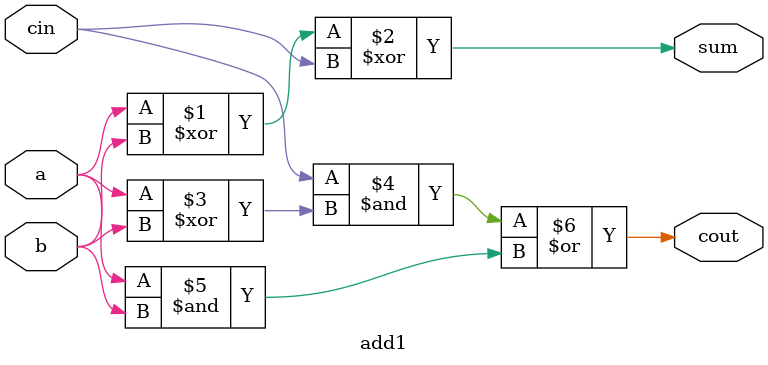
<source format=v>
module top_module(
    input [31:0] a,
    input [31:0] b,
    output [31:0] sum
);

    wire cout1,cout2;
    add16 instance1(a[15:0],b[15:0],0,sum[15:0],cout1);
    add16 instance2(a[31:16],b[31:16],cout1,sum[31:16],cout2);
endmodule



module add1 ( 
    input a, 
    input b, 
    input cin,   
    output sum, cout
);
    assign sum = a ^ b ^ cin;
    assign cout = (cin & (a ^ b)) | (a & b);

endmodule
</source>
